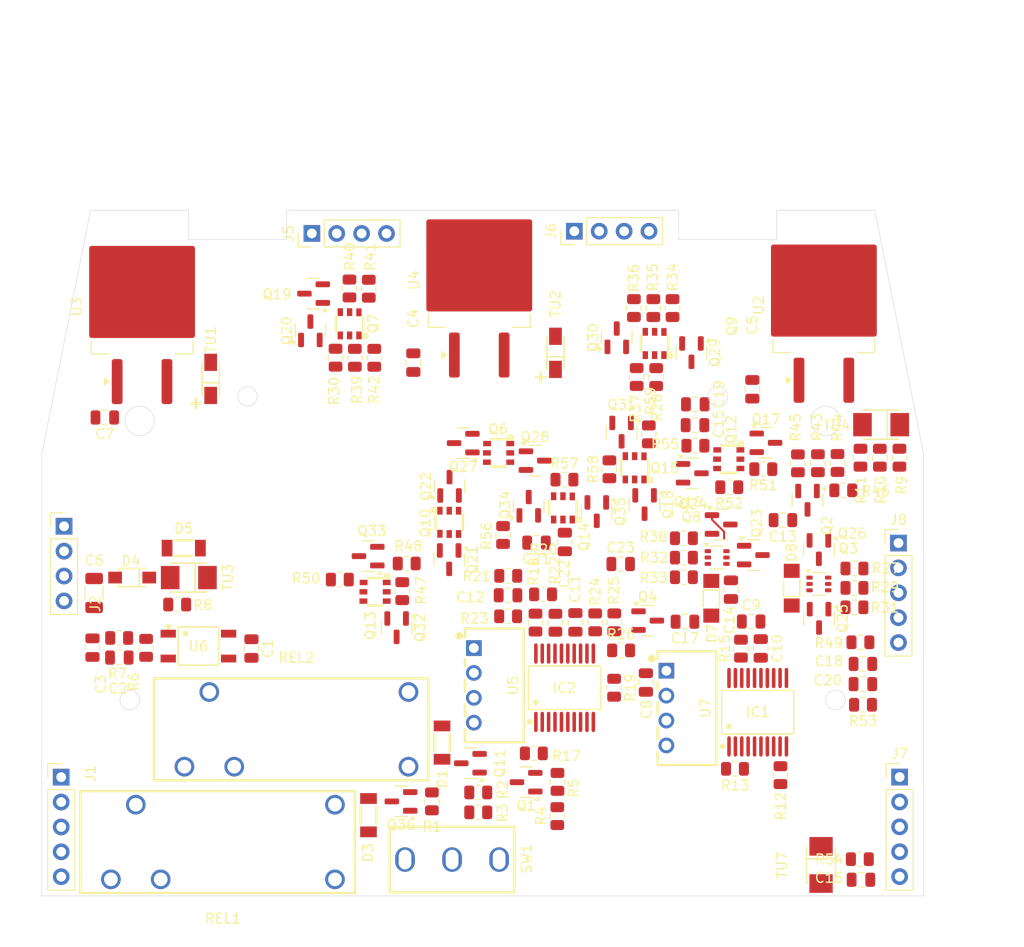
<source format=kicad_pcb>
(kicad_pcb (version 20241229) (generator "pcbnew") (generator_version "9.0")
  (layers (0 "F.Cu" signal) (2 "B.Cu" signal) (13 "F.Paste" user) (15 "B.Paste" user) (5 "F.SilkS" user "F.Silkscreen") (7 "B.SilkS" user "B.Silkscreen") (1 "F.Mask" user) (3 "B.Mask" user) (25 "Edge.Cuts" user))
  (net 0 "")
  (net 1 "/PICs/RA4_T0CKI")
  (net 2 "GND")
  (net 3 "Net-(J2-Pin_4)")
  (net 4 "Net-(J2-Pin_3)")
  (net 5 "Net-(D4-A)")
  (net 6 "/PICs/5V_PIC1")
  (net 7 "Net-(IC1-OSC1{slash}CLKIN)")
  (net 8 "/PICs/5V_PIC2")
  (net 9 "Net-(IC2-OSC1{slash}CLKIN)")
  (net 10 "Net-(J7-Pin_2)")
  (net 11 "/CONNECTORS/CONN_J2_5")
  (net 12 "Net-(U6-AN)")
  (net 13 "Net-(J8-Pin_2)")
  (net 14 "/CONNECTORS/CONN_J3_5")
  (net 15 "/CONNECTORS/CONN_J3_4")
  (net 16 "Net-(U2-IN)")
  (net 17 "/CONNECTORS/CONN_J2_3")
  (net 18 "/CONNECTORS/CONN_J2_4")
  (net 19 "/CONNECTORS/Q12_B2")
  (net 20 "/CONNECTORS/Q13_B1")
  (net 21 "+26V")
  (net 22 "/CONNECTORS/14.5V")
  (net 23 "/PICs/RBO{slash}INT")
  (net 24 "/PICs/RB2_PIC1")
  (net 25 "/CONNECTORS/RB3_PIC1")
  (net 26 "Net-(IC1-RA3{slash}AN3)")
  (net 27 "/CONNECTORS/RB4_PIC1")
  (net 28 "/CONNECTORS/Q14_B2")
  (net 29 "/PICs/RA0_AN0")
  (net 30 "Net-(IC1-RB1)")
  (net 31 "/CONNECTORS/Q15_B2")
  (net 33 "/CONNECTORS/RB5_PIC1")
  (net 34 "/PICs/RA1_AN1")
  (net 35 "Net-(D1-C)")
  (net 36 "Net-(D3-C)")
  (net 38 "/CONNECTORS/Q15_C2")
  (net 39 "/CONNECTORS/Q12_E2")
  (net 40 "Net-(IC2-RB5)")
  (net 41 "Net-(IC2-RA3{slash}AN3)")
  (net 42 "/CONNECTORS/Q12_C2")
  (net 43 "/CONNECTORS/Q13_E1")
  (net 44 "/PICs/RB1_PIC2")
  (net 45 "/PICs/RB1_PIC1")
  (net 46 "Net-(Q4-B)")
  (net 47 "Net-(Q4-E)")
  (net 48 "/CONNECTORS/Q10_B1")
  (net 49 "/CONNECTORS/Q13_C1")
  (net 50 "/CONNECTORS/Q14_C2")
  (net 51 "/CONNECTORS/Q10_B2")
  (net 52 "/CONNECTORS/Q10_E1")
  (net 53 "/CONNECTORS/Q7_B2")
  (net 54 "/CONNECTORS/Q10_E2")
  (net 55 "/CONNECTORS/Q7_B1")
  (net 56 "/CONNECTORS/Q6_E2")
  (net 57 "/CONNECTORS/Q9_B1")
  (net 58 "/CONNECTORS/Q6_E1")
  (net 59 "/CONNECTORS/Q9_B2")
  (net 60 "Net-(Q1-C)")
  (net 61 "Net-(Q1-B)")
  (net 62 "Net-(Q2-E)")
  (net 63 "Net-(Q2-B)")
  (net 64 "Net-(Q11-B)")
  (net 69 "Net-(R10-Pad2)")
  (net 70 "Net-(R49-Pad1)")
  (net 71 "Net-(J1-Pin_4)")
  (net 73 "Net-(J1-Pin_5)")
  (net 74 "Net-(J1-Pin_3)")
  (net 76 "Net-(J1-Pin_2)")
  (net 81 "/CONNECTORS/Q3_2")
  (net 82 "/CONNECTORS/Q3_3")
  (net 83 "/CONNECTORS/Q3_1")
  (net 84 "/CONNECTORS/Q5_2")
  (net 85 "/CONNECTORS/Q5_6")
  (net 86 "/CONNECTORS/Q5_5")
  (net 87 "/CONNECTORS/Q6_C1")
  (net 88 "/CONNECTORS/Q7_E2")
  (net 89 "/CONNECTORS/Q7_C1")
  (net 90 "/CONNECTORS/Q7_E1")
  (net 91 "/CONNECTORS/Q9_C1")
  (net 92 "/CONNECTORS/Q9_E2")
  (net 93 "/CONNECTORS/Q9_E1")
  (net 94 "/CONNECTORS/Q10_C1")
  (net 99 "Net-(U2-OUT)")
  (net 100 "Net-(U7-Vo)")
  (net 101 "Net-(U5-Vo)")
  (net 102 "Net-(IC1-~{MCLR}{slash}VPP)")
  (net 103 "Net-(IC2-~{MCLR}{slash}VPP)")
  (footprint "Package_TO_SOT_SMD:SOT-23" (layer "F.Cu") (at 138.3125 115.317502 180)
    (property "Reference" "Q33")
    (property "Value" "MMBT2222A")
  )
  (footprint "easyeda2kicad:CAP-SMD_L3.5-W2.8-R-RD" (layer "F.Cu") (at 190.645 101.9)
    (property "Reference" "TU4")
    (property "Value" "2.2uF 35V")
  )
  (footprint "Resistor_SMD:R_0805_2012Metric" (layer "F.Cu") (at 152.595 121.46)
    (property "Reference" "R23")
    (property "Value" "3.3k")
  )
  (footprint "Resistor_SMD:R_0805_2012Metric" (layer "F.Cu") (at 156.1575 119.22)
    (property "Reference" "R20")
    (property "Value" "47k")
  )
  (footprint "Resistor_SMD:R_0805_2012Metric" (layer "F.Cu") (at 115.66 124.68 -90)
    (property "Reference" "R6")
    (property "Value" "33k")
  )
  (footprint "easyeda2kicad:SOT-457_L2.9-W1.6-P0.95-LS2.80-BR" (layer "F.Cu") (at 136.424999 91.6)
    (property "Reference" "Q7")
    (property "Value" "IMX1T110")
  )
  (footprint "Package_TO_SOT_SMD:SOT-23" (layer "F.Cu") (at 184.3175 121.670001 -90)
    (property "Reference" "Q25")
    (property "Value" "MMBT2222A")
  )
  (footprint "Resistor_SMD:R_0805_2012Metric" (layer "F.Cu") (at 163.4275 122.08 90)
    (property "Reference" "R25")
    (property "Value" "47k")
  )
  (footprint "Resistor_SMD:R_0805_2012Metric" (layer "F.Cu") (at 149.545 139.44)
    (property "Reference" "R2")
    (property "Value" "4.7k")
  )
  (footprint "easyeda2kicad:CAP-SMD_L3.2-W1.6-RD-C7171" (layer "F.Cu") (at 157.425 94.565 90)
    (property "Reference" "TU2")
    (property "Value" "10uF 16V")
  )
  (footprint "Connector_PinHeader_2.54mm:PinHeader_1x05_P2.54mm_Vertical" (layer "F.Cu") (at 192.42 113.98)
    (property "Reference" "J8")
    (property "Value" "Conn_01x05_Pin")
  )
  (footprint "Capacitor_SMD:C_0805_2012Metric" (layer "F.Cu") (at 155.4875 113.94 180)
    (property "Reference" "C21")
    (property "Value" "50V 1.5nF")
  )
  (footprint "Resistor_SMD:R_0805_2012Metric" (layer "F.Cu") (at 170.53 115.470001)
    (property "Reference" "R32")
    (property "Value" "10R")
  )
  (footprint "Resistor_SMD:R_0805_2012Metric" (layer "F.Cu") (at 167.7 97.0375 90)
    (property "Reference" "R28")
    (property "Value" "330R")
  )
  (footprint "easyeda2kicad:CAP-SMD_L3.5-W2.8-R-RD" (layer "F.Cu") (at 184.52 146.84 90)
    (property "Reference" "TU7")
    (property "Value" "3.3uF 35V")
  )
  (footprint "Resistor_SMD:R_0805_2012Metric" (layer "F.Cu") (at 135.4275 117.707501)
    (property "Reference" "R50")
    (property "Value" "10k")
  )
  (footprint "Resistor_SMD:R_0805_2012Metric" (layer "F.Cu") (at 180.38 137.67 90)
    (property "Reference" "R12")
    (property "Value" "1k")
  )
  (footprint "Capacitor_SMD:C_0805_2012Metric" (layer "F.Cu") (at 170.634999 122.01 180)
    (property "Reference" "C17")
    (property "Value" "50V 1.5nF")
  )
  (footprint "Resistor_SMD:R_0805_2012Metric" (layer "F.Cu") (at 112.910001 123.67)
    (property "Reference" "R7")
    (property "Value" "3.3k")
  )
  (footprint "Resistor_SMD:R_0805_2012Metric" (layer "F.Cu") (at 188.8025 130.49 180)
    (property "Reference" "R53")
    (property "Value" "270R")
  )
  (footprint "Package_TO_SOT_SMD:SOT-23" (layer "F.Cu") (at 166.5175 110.0475 -90)
    (property "Reference" "Q18")
    (property "Value" "MMBT2222A")
  )
  (footprint "Resistor_SMD:R_0805_2012Metric" (layer "F.Cu") (at 136.41 87.9975 -90)
    (property "Reference" "R40")
    (property "Value" "150R")
  )
  (footprint "Package_TO_SOT_SMD:SOT-23" (layer "F.Cu") (at 146.58 115.677501 -90)
    (property "Reference" "Q21")
    (property "Value" "MMBT2222A")
  )
  (footprint "Resistor_SMD:R_0805_2012Metric" (layer "F.Cu") (at 175.155 108.28 180)
    (property "Reference" "R52")
    (property "Value" "100k")
  )
  (footprint "Resistor_SMD:R_0805_2012Metric" (layer "F.Cu") (at 157.61 141.8525 90)
    (property "Reference" "R4")
    (property "Value" "1k")
  )
  (footprint "easyeda2kicad:LL-34_L3.5-W1.5-RD" (layer "F.Cu") (at 138.35 141.76 -90)
    (property "Reference" "D3")
    (property "Value" "ZMM36_C8082 35V")
  )
  (footprint "Capacitor_SMD:C_0805_2012Metric" (layer "F.Cu") (at 152.5875 119.31 180)
    (property "Reference" "C12")
    (property "Value" "50V 68pF")
  )
  (footprint "Resistor_SMD:R_0805_2012Metric" (layer "F.Cu") (at 118.83 120.26 180)
    (property "Reference" "R8")
    (property "Value" "10R")
  )
  (footprint "Resistor_SMD:R_0805_2012Metric" (layer "F.Cu") (at 171.6975 104.050001 180)
    (property "Reference" "R55")
    (property "Value" "27k")
  )
  (footprint "Package_TO_SOT_SMD:SOT-23" (layer "F.Cu") (at 183.14 109.610001 -90)
    (property "Reference" "Q2")
    (property "Value" "MMBT2222A")
  )
  (footprint "easyeda2kicad:CAP-SMD_L3.2-W1.6-RD-C7171" (layer "F.Cu") (at 122.25 97.225 90)
    (property "Reference" "TU1")
    (property "Value" "10uF 16V")
  )
  (footprint "easyeda2kicad:RELAY-TH_TE_V23057BXXX" (layer "F.Cu") (at 131 133 180)
    (property "Reference" "REL2")
    (property "Value" "V23057-B0006-A101")
  )
  (footprint "Package_TO_SOT_SMD:TO-263-2" (layer "F.Cu") (at 184.81 89.71 90)
    (property "Reference" "U2")
    (property "Value" "L7815")
  )
  (footprint "easyeda2kicad:PWRM-TH_BXXXXS-1W" (layer "F.Cu") (at 168.74 130.83 -90)
    (property "Reference" "U7")
    (property "Value" "B0505S-1W")
  )
  (footprint "Connector_PinHeader_2.54mm:PinHeader_1x04_P2.54mm_Vertical" (layer "F.Cu") (at 132.570001 82.38 90)
    (property "Reference" "J5")
    (property "Value" "Conn_01x04_Pin")
  )
  (footprint "Resistor_SMD:R_0805_2012Metric" (layer "F.Cu") (at 187.9275 120.540001 180)
    (property "Reference" "R31")
    (property "Value" "100R")
  )
  (footprint "Resistor_SMD:R_0805_2012Metric" (layer "F.Cu") (at 155.22 135.45)
    (property "Reference" "R17")
    (property "Value" "1k")
  )
  (footprint "Resistor_SMD:R_0805_2012Metric" (layer "F.Cu") (at 186.2 105.810001 90)
    (property "Reference" "R44")
    (property "Value" "47k")
  )
  (footprint "Package_TO_SOT_SMD:SOT-23" (layer "F.Cu") (at 163.68 93.02 90)
    (property "Reference" "Q30")
    (property "Value" "MMBT2222A")
  )
  (footprint "Resistor_SMD:R_0805_2012Metric" (layer "F.Cu") (at 188.54 105.2675 -90)
    (property "Reference" "R11")
    (property "Value" "33k")
  )
  (footprint "Package_TO_SOT_SMD:SOT-23" (layer "F.Cu") (at 141.219999 122.617501 -90)
    (property "Reference" "Q32")
    (property "Value" "MMBT2222A")
  )
  (footprint "Resistor_SMD:R_0805_2012Metric" (layer "F.Cu") (at 155.3875 122.100001 -90)
    (property "Reference" "R18")
    (property "Value" "47k")
  )
  (footprint "easyeda2kicad:SOT-457_L2.9-W1.6-P0.95-LS2.80-BR" (layer "F.Cu") (at 167.54 93.6075)
    (property "Reference" "Q9")
    (property "Value" "IMX1T110")
  )
  (footprint "easyeda2kicad:SSOP-20_L7.2-W5.3-P0.65-LS7.8-BL" (layer "F.Cu") (at 178.06 131.25)
    (property "Reference" "IC1")
    (property "Value" "PIC16C620A-04/SS")
  )
  (footprint "easyeda2kicad:LL-34_L3.5-W1.5-RD" (layer "F.Cu") (at 145.855001 134.349999 -90)
    (property "Reference" "D1")
    (property "Value" "ZMM36_C8082 35V")
  )
  (footprint "Capacitor_SMD:C_0805_2012Metric" (layer "F.Cu") (at 166.65 128.22 -90)
    (property "Reference" "C8")
    (property "Value" "50V 1.5nF")
  )
  (footprint "Resistor_SMD:R_0805_2012Metric" (layer "F.Cu") (at 134.990001 95.06 90)
    (property "Reference" "R30")
    (property "Value" "100R")
  )
  (footprint "Package_TO_SOT_SMD:SOT-23" (layer "F.Cu") (at 171.385 106.860001)
    (property "Reference" "Q16")
    (property "Value" "MMBT2222A")
  )
  (footprint "Resistor_SMD:R_0805_2012Metric" (layer "F.Cu") (at 144.82 140.35 90)
    (property "Reference" "R1")
    (property "Value" "1k")
  )
  (footprint "Package_TO_SOT_SMD:SOT-23" (layer "F.Cu") (at 166.835 121.9)
    (property "Reference" "Q4")
    (property "Value" "MMBT2222A")
  )
  (footprint "Capacitor_SMD:C_0805_2012Metric" (layer "F.Cu") (at 111.45 101.165 180)
    (property "Reference" "C7")
    (property "Value" "50V 1.5nF")
  )
  (footprint "Package_TO_SOT_SMD:SOT-23" (layer "F.Cu") (at 155.3475 105.57)
    (property "Reference" "Q28")
    (property "Value" "MMBT2222A")
  )
  (footprint "Package_TO_SOT_SMD:SOT-363_SC-70-6" (layer "F.Cu") (at 184.2975 118.157502)
    (property "Reference" "Q3")
    (property "Value" "MBT3946DW1T1")
  )
  (footprint "easyeda2kicad:CAP-SMD_L3.5-W2.8-R-RD" (layer "F.Cu") (at 120.02 117.51)
    (property "Reference" "TU3")
    (property "Value" "3.3uF 35V")
  )
  (footprint "Resistor_SMD:R_0805_2012Metric" (layer "F.Cu") (at 165.71 97.0325 90)
    (property "Reference" "R37")
    (property "Value" "270R")
  )
  (footprint "Resistor_SMD:R_0805_2012Metric" (layer "F.Cu") (at 178.6275 106.440001 180)
    (property "Reference" "R51")
    (property "Value" "10k")
  )
  (footprint "Package_TO_SOT_SMD:TO-263-2" (layer "F.Cu") (at 115.25 89.85 90)
    (property "Reference" "U3")
    (property "Value" "L7805")
  )
  (footprint "Capacitor_SMD:C_0805_2012Metric" (layer "F.Cu") (at 175.330001 118.740001 -90)
    (property "Reference" "C14")
    (property "Value" "50V 1.5nF")
  )
  (footprint "Resistor_SMD:R_0805_2012Metric" (layer "F.Cu") (at 175.74 137.03)
    (property "Reference" "R13")
    (property "Value" "1k")
  )
  (footprint "Package_TO_SOT_SMD:SOT-23" (layer "F.Cu") (at 164.17 102.6575 -90)
    (property "Reference" "Q31")
    (property "Value" "MMBT2222A")
  )
  (footprint "easyeda2kicad:RELAY-TH_TE_V23057BXXX" (layer "F.Cu") (at 123.5 144.5 180)
    (property "Reference" "REL1")
    (property "Value" "V23057-B0006-A101")
  )
  (footprint "Package_TO_SOT_SMD:SOT-23" (layer "F.Cu") (at 132.42 92.3125 90)
    (property "Reference" "Q20")
    (property "Value" "MMBT2222A")
  )
  (footprint "Capacitor_SMD:C_0805_2012Metric" (layer "F.Cu") (at 171.687501 99.819999 180)
    (property "Reference" "C19")
    (property "Value" "50V 68nF")
  )
  (footprint "easyeda2kicad:SOT-457_L2.9-W1.6-P0.95-LS2.80-BR" (layer "F.Cu") (at 158.19 110.3925)
    (property "Reference" "Q14")
    (property "Value" "IMX1T110")
  )
  (footprint "Resistor_SMD:R_0805_2012Metric" (layer "F.Cu") (at 149.545 141.47 180)
    (property "Reference" "R3")
    (property "Value" "1k")
  )
  (footprint "Capacitor_SMD:C_0805_2012Metric" (layer "F.Cu") (at 177.510001 98.285001 90)
    (property "Reference" "C5")
    (property "Value" "50V 1.5nF")
  )
  (footprint "Capacitor_SMD:C_0805_2012Metric" (layer "F.Cu") (at 164.08 116.1225)
    (property "Reference" "C23")
    (property "Value" "50V 1.5nF")
  )
  (footprint "Resistor_SMD:R_0805_2012Metric" (layer "F.Cu") (at 187.927499 118.560002)
    (property "Reference" "R29")
    (property "Value" "10R")
  )
  (footprint "Package_TO_SOT_SMD:SOT-23" (layer "F.Cu") (at 146.6175 108.187501 90)
    (property "Reference" "Q22")
    (property "Value" "MMBT2222A")
  )
  (footprint "Resistor_SMD:R_0805_2012Metric" (layer "F.Cu") (at 142.25 116.07 180)
    (property "Reference" "R48")
    (property "Value" "27k")
  )
  (footprint "Resistor_SMD:R_0805_2012Metric" (layer "F.Cu") (at 170.530001 113.490001)
    (property "Reference" "R38")
    (property "Value" "10R")
  )
  (footprint "Resistor_SMD:R_0805_2012Metric" (layer "F.Cu") (at 188.5375 124.11)
    (property "Reference" "R49")
    (property "Value" "270R")
  )
  (footprint "Capacitor_SMD:C_0805_2012Metric" (layer "F.Cu") (at 188.59 148.35 180)
    (property "Reference" "C16")
    (property "Value" "50V 1.5nF")
  )
  (footprint "Resistor_SMD:R_0805_2012Metric" (layer "F.Cu") (at 190.52 105.2675 90)
    (property "Reference" "R10")
    (property "Value" "100R")
  )
  (footprint "Resistor_SMD:R_0805_2012Metric" (layer "F.Cu") (at 186.79 108.602501)
    (property "Reference" "R46")
    (property "Value" "1k")
  )
  (footprint "Capacitor_SMD:C_1206_3216Metric" (layer "F.Cu") (at 110.36 119.08 -90)
    (property "Reference" "C6")
    (property "Value" "50V 10nF ceramic")
  )
  (footprint "Resistor_SMD:R_0805_2012Metric" (layer "F.Cu") (at 138.939999 95.07 -90)
    (property "Reference" "R42")
    (property "Value" "470R")
  )
  (footprint "easyeda2kicad:PWRM-TH_BXXXXS-1W" (layer "F.Cu") (at 149.0975 128.51 -90)
    (property "Reference" "U5")
    (property "Value" "B0505S-1W")
  )
  (footprint "Resistor_SMD:R_0805_2012Metric" (layer "F.Cu") (at 170.53 117.47 180)
    (property "Reference" "R33")
    (property "Value" "100R")
  )
  (footprint "easyeda2kicad:SOP-4_L3.9-W4.4-P2.54-LS7.0-TL" (layer "F.Cu") (at 121 124.5)
    (property "Reference" "U6")
    (property "Value" "EL357N(D)(TA)-G_C42385002")
  )
  (footprint "Package_TO_SOT_SMD:SOT-23" (layer "F.Cu") (at 154.4325 138.3925 180)
    (property "Reference" "Q1")
    (property "Value" "MMBT2222A")
  )
  (footprint "Resistor_SMD:R_0805_2012Metric" (layer "F.Cu") (at 141.79 118.887501 90)
    (property "Reference" "R47")
    (property "Value" "100k")
  )
  (footprint "Resistor_SMD:R_0805_2012Metric" (layer "F.Cu") (at 158.34 107.5125)
    (property "Reference" "R57")
    (property "Value" "100k")
  )
  (footprint "easyeda2kicad:SOT-457_L2.9-W1.6-P0.95-LS2.80-BR" (layer "F.Cu") (at 151.619999 104.780001 90)
    (property "Reference" "Q6")
    (property "Value" "IMX1T110")
  )
  (footprint "easyeda2kicad:LL-34_L3.5-W1.5-RD" (layer "F.Cu") (at 119.5 114.5)
    (property "Reference" "D5")
    (property "Value" "ZMM36_C8082 35V")
  )
  (footprint "Resistor_SMD:R_0805_2012Metric" (layer "F.Cu") (at 136.96 95.07 90)
    (property "Reference" "R39")
    (property "Value" "150R")
  )
  (footprint "Connector_PinHeader_2.54mm:PinHeader_1x04_P2.54mm_Vertical" (layer "F.Cu") (at 107.29 112.27)
    (property "Reference" "J2")
    (property "Value" "Conn_01x04_Pin")
  )
  (footprint "Resistor_SMD:R_0805_2012Metric" (layer "F.Cu") (at 164.12 124.94)
    (property "Reference" "R26")
    (property "Value" "4.7R")
  )
  (footprint "Package_TO_SOT_SMD:SOT-23" (layer "F.Cu") (at 132.7525 88.52 180)
    (property "Reference" "Q19")
    (property "Value" "MMBT2222A")
  )
  (footprint "Capacitor_SMD:C_0805_2012Metric" (layer "F.Cu") (at 126.41 124.75 -90)
    (property "Reference" "C1")
    (property "Value" "50V 10nF")
  )
  (footprint "Capacitor_SMD:C_0805_2012Metric" (layer "F.Cu") (at 158.38 113.872499 90)
    (property "Reference" "C22")
    (property "Value" "50V 1.5nF")
  )
  (footprint "Package_TO_SOT_SMD:SOT-23" (layer "F.Cu") (at 141.67 140.355 180)
    (property "Reference" "Q36")
    (property "Value" "MMBT2222A")
  )
  (footprint "Package_TO_SOT_SMD:SOT-23" (layer "F.Cu") (at 161.639999 110.7725 -90)
    (property "Reference" "Q35")
    (property "Value" "MMBT2222A")
  )
  (footprint "Capacitor_SMD:C_0805_2012Metric" (layer "F.Cu") (at 112.93 125.67)
    (property "Reference" "C2")
    (property "Value" "50V 1.5nF")
  )
  (footprint "Resistor_SMD:R_0805_2012Metric" (layer "F.Cu") (at 176.35 124.760001 90)
    (property "Reference" "R15")
    (property "Value" "3.3k")
  )
  (footprint "easyeda2kicad:SOT-457_L2.9-W1.6-P0.95-LS2.80-BR" (layer "F.Cu") (at 165.505 106.302501)
    (property "Reference" "Q15")
    (property "Value" "IMX1T110")
  )
  (footprint "Resistor_SMD:R_0805_2012Metric" (layer "F.Cu") (at 192.52 105.2675 -90)
    (property "Reference" "R9")
    (property "Value" "1k")
  )
  (footprint "Package_TO_SOT_SMD:SOT-23" (layer "F.Cu") (at 184.3 114.650001 -90)
    (property "Reference" "Q26")
    (property "Value" "MMBT3906")
  )
  (footprint "easyeda2kicad:SSOP-20_L7.2-W5.3-P0.65-LS7.8-BL" (layer "F.Cu") (at 158.3575 128.75)
    (property "Reference" "IC2")
    (property "Value" "PIC16C620A-04/SS")
  )
  (footprint "Package_TO_SOT_SMD:SOT-23" (layer "F.Cu") (at 154.7 110.2225 90)
    (property "Reference" "Q34")
    (property "Value" "MMBT2222A")
  )
  (footprint "Resistor_SMD:R_0805_2012Metric" (layer "F.Cu") (at 184.2 105.8325 90)
    (property "Reference" "R43")
    (property "Value" "4.7R")
  )
  (footprint "Capacitor_SMD:C_0805_2012Metric" (layer "F.Cu") (at 110.19 124.66 -90)
    (property "Reference" "C3")
    (property "Value" "50V 68nF ceramic")
  )
  (footprint "Capacitor_SMD:C_0805_2012Metric" (layer "F.Cu") (at 188.790001 126.32)
    (property "Reference" "C18")
    (property "Value" "50V 1.5nF")
  )
  (footprint "Resistor_SMD:R_0805_2012Metric" (layer "F.Cu") (at 152.605 117.33 180)
    (property "Reference" "R21")
    (property "Value" "33k")
  )
  (footprint "Resistor_SMD:R_0805_2012Metric" (layer "F.Cu") (at 162.9275 106.455 90)
    (property "Reference" "R58")
    (property "Value" "100k")
  )
  (footprint "easyeda2kicad:SOD-123FL_L2.7-W1.8-LS3.8-RD" (layer "F.Cu") (at 114.24 117.5 180)
    (property "Reference" "D4")
    (property "Value" "FM4007")
  )
  (footprint "Resistor_SMD:R_0805_2012Metric" (layer "F.Cu") (at 169.37 89.995 90)
    (property "Reference" "R34")
    (property "Value" "100R")
  )
  (footprint "easyeda2kicad:SOT-457_L2.9-W1.6-P0.95-LS2.80-BR" (layer "F.Cu") (at 146.5875 111.867501 180)
    (property "Reference" "Q10")
    (property "Value" "IMX1T110")
  )
  (footprint "Package_TO_SOT_SMD:SOT-23" (layer "F.Cu") (at 148.75 136.46 180)
    (property "Reference" "Q11")
    (property "Value" "MMBT2222A")
  )
  (footprint "Connector_PinHeader_2.54mm:PinHeader_1x05_P2.54mm_Vertical" (layer "F.Cu") (at 192.54 137.87)
    (property "Reference" "J7")
    (property "Value" "Conn_01x05_Pin")
  )
  (footprint "Resistor_SMD:R_0805_2012Metric" (layer "F.Cu") (at 187.9275 116.580001)
    (property "Reference" "R27")
    (property "Value" "10R")
  )
  (footprint "Capacitor_SMD:C_0805_2012Metric" (layer "F.Cu") (at 142.925 95.565 90)
    (property "Reference" "C4")
    (property "Value" "50V 1.5nF")
  )
  (footprint "Package_TO_SOT_SMD:SOT-363_SC-70-6" (layer "F.Cu") (at 173.92 115.460001)
    (property "Reference" "Q8")
    (property "Value" "MBT3946DW1T1")
  )
  (footprint "Package_TO_SOT_SMD:SOT-23" (layer "F.Cu") (at 177.61 115.210001)
    (property "Reference" "Q23")
    (property "Value" "MMBT3906")
  )
  (footprint "Resistor_SMD:R_0805_2012Metric" (layer "F.Cu") (at 163.4075 128.75 -90)
    (property "Reference" "R19")
    (property "Value" "10k")
  )
  (footprint "Resistor_SMD:R_0805_2012Metric" (layer "F.Cu") (at 157.63 138.36 -90)
    (property "Reference" "R5")
    (property "Value" "4.7k")
  )
  (footprint "Capacitor_SMD:C_0805_2012Metric" (layer "F.Cu") (at 171.6575 101.95)
    (property "Reference" "C15")
    (property "Value" "50V 1.5nF")
  )
  (footprint "Capacitor_SMD:C_0805_2012Metric" (layer "F.Cu") (at 180.629999 111.642501 180)
    (property "Reference" "C13")
    (property "Value" "50V 1.5nF")
  )
  (footprint "Connector_PinHeader_2.54mm:PinHeader_1x05_P2.54mm_Vertical" (layer "F.Cu") (at 107 137.88)
    (property "Reference" "J1")
    (property "Value" "Conn_01x05_Pin")
  )
  (footprint "Capacitor_SMD:C_0805_2012Metric" (layer "F.Cu") (at 188.790001 128.38 180)
    (property "Reference" "C20")
    (property "Value" "50V 1.5nF")
  )
  (footprint "Capacitor_SMD:C_0805_2012Metric" (layer "F.Cu") (at 159.4575 122.08 90)
    (property "Reference" "C11")
    (property "Value" "50V 10nF")
  )
  (footprint "Resistor_SMD:R_0805_2012Metric" (layer "F.Cu") (at 167.41 89.995 -90)
    (property "Reference" "R35")
    (property "Value" "150R")
  )
  (footprint "Package_TO_SOT_SMD:SOT-23" (layer "F.Cu") (at 174.329999 112.087501)
    (property "Reference" "Q24")
    (property "Value" "MMBT2222A")
  )
  (footprint "Capacitor_SMD:C_0805_2012Metric" (layer "F.Cu") (at 178.37 124.740001 -90)
    (property "Reference" "C10")
    (property "Value" "50V 10nF")
  )
  (footprint "Resistor_SMD:R_0805_2012Metric" (layer "F.Cu") (at 161.4775 122.0775 -90)
    (property "Reference" "R24")
    (property "Value" "1k")
  )
  (footprint "easyeda2kicad:SOD-80_L3.5-W1.5-RD" (layer "F.Cu") (at 181.5275 118.59 90)
    (property "Reference" "D8")
    (property "Value" "ZMM15_C179550 15V")
  )
  (footprint "Connector_PinHeader_2.54mm:PinHeader_1x04_P2.54mm_Vertical" (layer "F.Cu") (at 159.35 82.15 90)
    (property "Reference" "J6")
    (property "Value" "Conn_01x04_Pin")
  )
  (footprint "easyeda2kicad:SOD-80_L3.5-W1.5-RD" (layer "F.Cu") (at 173.32 119.62 -90)
    (property "Reference" "D7")
    (property "Value" "ZMM15_C179550 15V")
  )
  (footprint "Resistor_SMD:R_0805_2012Metric" (layer "F.Cu") (at 188.48 146.25)
    (property "Reference" "R54")
    (property "Value" "10R")
  )
  (footprint "Package_TO_SOT_SMD:TO-263-2" (layer "F.Cu") (at 149.65 87.14 90)
    (property "Reference" "U4")
    (property "Value" "L7805")
  )
  (footprint "Resistor_SMD:R_0805_2012Metric" (layer "F.Cu") (at 166.9475 102.89 90)
    (property "Reference" "R59")
    (property "Value" "27k")
  )
  (footprint "Capacitor_SMD:C_0805_2012Metric" (layer "F.Cu") (at 177.39 121.99)
    (property "Reference" "C9")
    (property "Value" "50V 68pF")
  )
  (footprint "Package_TO_SOT_SMD:SOT-23" (layer "F.Cu") (at 178.895 103.750001)
    (property "Reference" "Q17")
    (property "Value" "MMBT2222A")
  )
  (footprint "Resistor_SMD:R_0805_2012Metric" (layer "F.Cu") (at 152.0775 113.16 -90)
    (property "Reference" "R56")
    (property "Value" "27k")
  )
  (footprint "Resistor_SMD:R_0805_2012Metric" (layer "F.Cu") (at 138.38 88.02 -90)
    (property "Reference" "R41")
    (property "Value" "270R")
  )
  (footprint "Resistor_SMD:R_0805_2012Metric" (layer "F.Cu") (at 182.16 105.845 90)
    (property "Reference" "R45")
    (property "Value" "4.7R")
  )
  (footprint "Package_TO_SOT_SMD:SOT-23" (layer "F.Cu") (at 148.017501 103.780001 180)
    (property "Reference" "Q27")
    (property "Value" "MMBT2222A")
  )
  (footprint "Resistor_SMD:R_0805_2012Metric" (layer "F.Cu") (at 157.4175 122.1175 90)
    (property "Reference" "R22")
    (property "Value" "10k")
  )
  (footprint "Resistor_SMD:R_0805_2012Metric" (layer "F.Cu") (at 165.43 89.995 90)
    (property "Reference" "R36")
    (property "Value" "470R")
  )
  (footprint "easyeda2kicad:SOT-457_L2.9-W1.6-P0.95-LS2.80-BR" (layer "F.Cu") (at 139.02 118.957502 90)
    (property "Reference" "Q13")
    (property "Value" "IMX1T110")
  )
  (footprint "easyeda2kicad:SOT-457_L2.9-W1.6-P0.95-LS2.80-BR" (layer "F.Cu") (at 175.1025 105.422501 90)
    (property "Reference" "Q12")
    (property "Value" "IMX1T110")
  )
  (footprint "easyeda2kicad:SW-TH_3P-P4.8-L12.7-W6.7_SS12D10G3" (layer "F.Cu") (at 146.88 146.29 180)
    (property "Reference" "SW1")
    (property "Value" "SS12D10G3")
  )
  (footprint "Package_TO_SOT_SMD:SOT-23" (layer "F.Cu") (at 171.3 94.545 -90)
    (property "Reference" "Q29")
    (property "Value" "MMBT2222A")
  )
  (gr_line (start 170 83) (end 180 83) (stroke (width 0.05)) (layer "Edge.Cuts"))
  (gr_line (start 120 80) (end 120 83) (stroke (width 0.05)) (layer "Edge.Cuts"))
  (gr_circle (center 126 99) (end 127 99) (stroke (width 0.05)) (fill no) (layer "Edge.Cuts"))
  (gr_line (start 105 150) (end 105 105) (stroke (width 0.05)) (layer "Edge.Cuts"))
  (gr_line (start 105 150) (end 195 150) (stroke (width 0.05)) (layer "Edge.Cuts"))
  (gr_line (start 195 150) (end 195 105) (stroke (width 0.05)) (layer "Edge.Cuts"))
  (gr_line (start 180 80) (end 190 80) (stroke (width 0.05)) (layer "Edge.Cuts"))
  (gr_line (start 180 83) (end 180 80) (stroke (width 0.05)) (layer "Edge.Cuts"))
  (gr_circle (center 174 99) (end 173.292893 98.292893) (stroke (width 0.05)) (fill no) (layer "Edge.Cuts"))
  (gr_line (start 170 80) (end 170 83) (stroke (width 0.05)) (layer "Edge.Cuts"))
  (gr_circle (center 185 101.5) (end 186.5 101.5) (stroke (width 0.05)) (fill no) (layer "Edge.Cuts"))
  (gr_circle (center 115 101.5) (end 116.5 101.5) (stroke (width 0.05)) (fill no) (layer "Edge.Cuts"))
  (gr_line (start 170 80) (end 130 80) (stroke (width 0.05)) (layer "Edge.Cuts"))
  (gr_line (start 120 80) (end 110 80) (stroke (width 0.05)) (layer "Edge.Cuts"))
  (gr_line (start 120 83) (end 130 83) (stroke (width 0.05)) (layer "Edge.Cuts"))
  (gr_line (start 110 80) (end 105 105) (stroke (width 0.05)) (layer "Edge.Cuts"))
  (gr_line (start 130 83) (end 130 80) (stroke (width 0.05)) (layer "Edge.Cuts"))
  (gr_circle (center 114 130) (end 115 130) (stroke (width 0.05)) (fill no) (layer "Edge.Cuts"))
  (gr_line (start 190 80) (end 195 105) (stroke (width 0.05)) (layer "Edge.Cuts"))
  (gr_circle (center 186 130) (end 187 130) (stroke (width 0.05)) (fill no) (layer "Edge.Cuts"))
  (segment (start 173.3925 111.591968) (end 174.63 112.829467) (width 0.2) (layer "F.Cu") (net 81))
  (segment (start 174.63 112.829467) (end 174.63 113.550001) (width 0.2) (layer "F.Cu") (net 81))
  (segment (start 173.3925 111.137501) (end 173.3925 111.591968) (width 0.2) (layer "F.Cu") (net 81))
)
</source>
